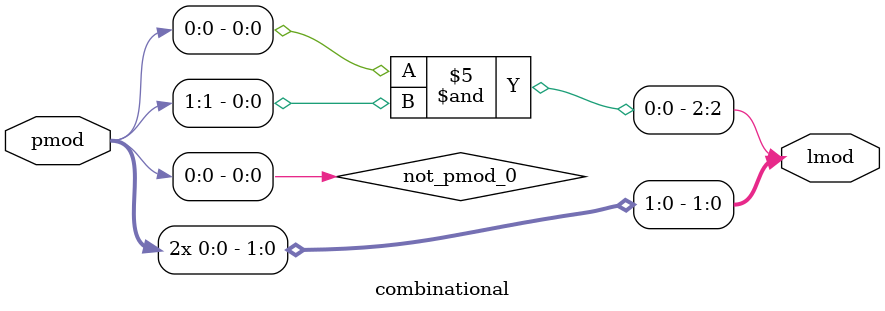
<source format=v>
/*
    initial tests using structural approach
*/

// module combinational (
    
//     // inputs
//     input [1:0] pmod,

//     // Outputs
//     output [2:0] lmod
// );
//     //Declaration of intermediate wires
// 	wire w1;

//     // Circuit operation - structural approach
//     not u0 (lmod[0], ~pmod[0]);
//     not ux (lmod[1], ~pmod[0]);
//     not u2 (w1, ~pmod[1]);
//     and u1 (lmod[2], w1, lmod[0]);
   
// endmodule

module combinational (
        // inputs
        input [1:0] pmod,

        // outputs
        output [2:0] lmod
);
    // Wire (net) declarations (internal to module)
    wire not_pmod_0;
    
    // Continuous assignment: replicate 1 wire to 2 outputs
    assign not_pmod_0 = ~~pmod[0];
    assign lmod[1:0] = {2{not_pmod_0}};

    // Continuous assignment: NOT and AND operators
    assign lmod[2] = not_pmod_0 & ~~pmod[1];

endmodule
</source>
